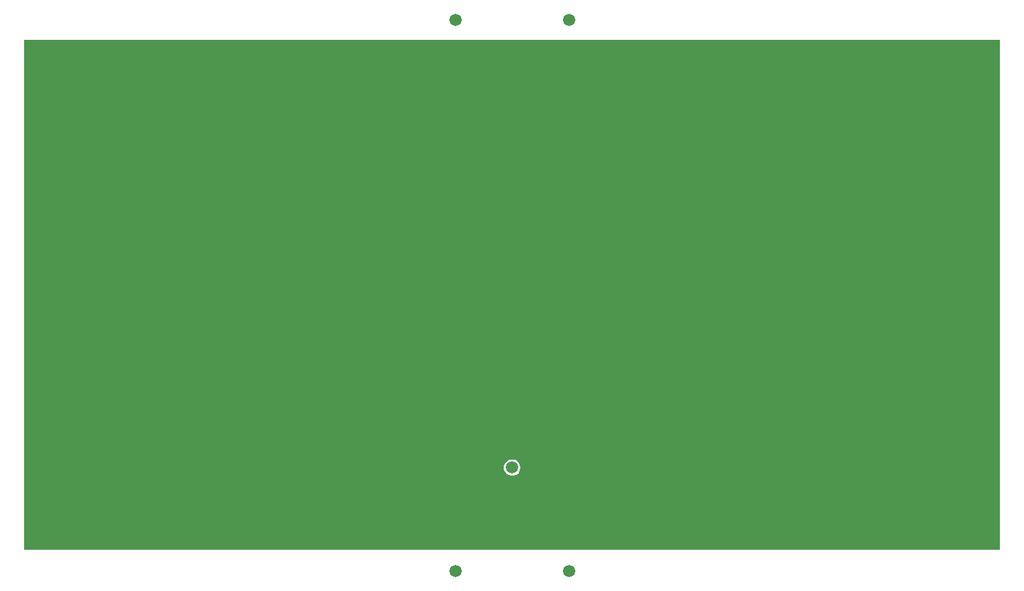
<source format=gbr>
%TF.GenerationSoftware,Altium Limited,Altium Designer,24.9.1 (31)*%
G04 Layer_Physical_Order=2*
G04 Layer_Color=16711680*
%FSLAX45Y45*%
%MOMM*%
%TF.SameCoordinates,77867E02-C98B-4605-8BC9-D91FF86E49A9*%
%TF.FilePolarity,Positive*%
%TF.FileFunction,Copper,L2,Bot,Signal*%
%TF.Part,Single*%
G01*
G75*
%TA.AperFunction,ViaPad*%
%ADD10C,1.50000*%
G36*
X20942300Y5092700D02*
X8940800D01*
Y11379200D01*
X20942300D01*
Y5092700D01*
D02*
G37*
%LPC*%
G36*
X14955219Y6209100D02*
X14928783D01*
X14903247Y6202258D01*
X14880353Y6189040D01*
X14861659Y6170347D01*
X14848442Y6147453D01*
X14841600Y6121918D01*
Y6095482D01*
X14848442Y6069947D01*
X14861659Y6047053D01*
X14880353Y6028360D01*
X14903247Y6015142D01*
X14928783Y6008300D01*
X14955219D01*
X14980753Y6015142D01*
X15003647Y6028360D01*
X15022340Y6047053D01*
X15035558Y6069947D01*
X15042400Y6095482D01*
Y6121918D01*
X15035558Y6147453D01*
X15022340Y6170347D01*
X15003647Y6189040D01*
X14980753Y6202258D01*
X14955219Y6209100D01*
D02*
G37*
%LPD*%
D10*
X14241701Y11626900D02*
D03*
X15641701D02*
D03*
Y4836900D02*
D03*
X14241701D02*
D03*
X14942000Y6108700D02*
D03*
%TF.MD5,ad6d375dc34a7c856de2444a2e1e4935*%
M02*

</source>
